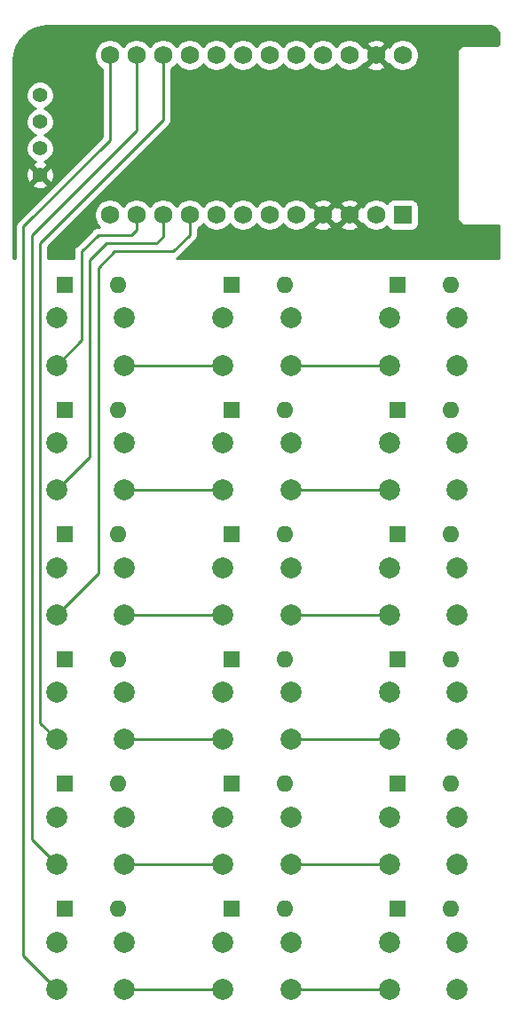
<source format=gbr>
%TF.GenerationSoftware,KiCad,Pcbnew,(5.1.9)-1*%
%TF.CreationDate,2021-06-02T16:01:08+02:00*%
%TF.ProjectId,LATE-9,4c415445-2d39-42e6-9b69-6361645f7063,rev?*%
%TF.SameCoordinates,Original*%
%TF.FileFunction,Copper,L2,Bot*%
%TF.FilePolarity,Positive*%
%FSLAX46Y46*%
G04 Gerber Fmt 4.6, Leading zero omitted, Abs format (unit mm)*
G04 Created by KiCad (PCBNEW (5.1.9)-1) date 2021-06-02 16:01:08*
%MOMM*%
%LPD*%
G01*
G04 APERTURE LIST*
%TA.AperFunction,ComponentPad*%
%ADD10C,1.752600*%
%TD*%
%TA.AperFunction,ComponentPad*%
%ADD11R,1.752600X1.752600*%
%TD*%
%TA.AperFunction,ComponentPad*%
%ADD12C,2.000000*%
%TD*%
%TA.AperFunction,ComponentPad*%
%ADD13C,1.397000*%
%TD*%
%TA.AperFunction,ComponentPad*%
%ADD14O,1.600000X1.600000*%
%TD*%
%TA.AperFunction,ComponentPad*%
%ADD15R,1.600000X1.600000*%
%TD*%
%TA.AperFunction,Conductor*%
%ADD16C,0.254000*%
%TD*%
%TA.AperFunction,Conductor*%
%ADD17C,0.100000*%
%TD*%
G04 APERTURE END LIST*
D10*
%TO.P,U1,24*%
%TO.N,Net-(U1-Pad24)*%
X63976250Y-46355000D03*
%TO.P,U1,12*%
%TO.N,COL0*%
X36036250Y-61595000D03*
%TO.P,U1,23*%
%TO.N,GND*%
X61436250Y-46355000D03*
%TO.P,U1,22*%
%TO.N,Net-(U1-Pad22)*%
X58896250Y-46355000D03*
%TO.P,U1,21*%
%TO.N,VCC*%
X56356250Y-46355000D03*
%TO.P,U1,20*%
%TO.N,Net-(U1-Pad20)*%
X53816250Y-46355000D03*
%TO.P,U1,19*%
%TO.N,Net-(U1-Pad19)*%
X51276250Y-46355000D03*
%TO.P,U1,18*%
%TO.N,Net-(U1-Pad18)*%
X48736250Y-46355000D03*
%TO.P,U1,17*%
%TO.N,Net-(U1-Pad17)*%
X46196250Y-46355000D03*
%TO.P,U1,16*%
%TO.N,Net-(U1-Pad16)*%
X43656250Y-46355000D03*
%TO.P,U1,15*%
%TO.N,ROW3*%
X41116250Y-46355000D03*
%TO.P,U1,14*%
%TO.N,ROW4*%
X38576250Y-46355000D03*
%TO.P,U1,13*%
%TO.N,ROW5*%
X36036250Y-46355000D03*
%TO.P,U1,11*%
%TO.N,ROW0*%
X38576250Y-61595000D03*
%TO.P,U1,10*%
%TO.N,ROW1*%
X41116250Y-61595000D03*
%TO.P,U1,9*%
%TO.N,ROW2*%
X43656250Y-61595000D03*
%TO.P,U1,8*%
%TO.N,COL1*%
X46196250Y-61595000D03*
%TO.P,U1,7*%
%TO.N,COL2*%
X48736250Y-61595000D03*
%TO.P,U1,6*%
%TO.N,SCL*%
X51276250Y-61595000D03*
%TO.P,U1,5*%
%TO.N,SDA*%
X53816250Y-61595000D03*
%TO.P,U1,4*%
%TO.N,GND*%
X56356250Y-61595000D03*
%TO.P,U1,3*%
X58896250Y-61595000D03*
%TO.P,U1,2*%
%TO.N,Net-(U1-Pad2)*%
X61436250Y-61595000D03*
D11*
%TO.P,U1,1*%
%TO.N,Net-(U1-Pad1)*%
X63976250Y-61595000D03*
%TD*%
D12*
%TO.P,SW18,3*%
%TO.N,Net-(SW17-Pad4)*%
X62706250Y-135468750D03*
%TO.P,SW18,1*%
%TO.N,Net-(SW18-Pad1)*%
X62706250Y-130968750D03*
%TO.P,SW18,4*%
%TO.N,Net-(SW18-Pad4)*%
X69206250Y-135468750D03*
%TO.P,SW18,2*%
%TO.N,Net-(D18-Pad2)*%
X69206250Y-130968750D03*
%TD*%
%TO.P,SW17,3*%
%TO.N,Net-(SW16-Pad4)*%
X46831250Y-135468750D03*
%TO.P,SW17,1*%
%TO.N,Net-(SW17-Pad1)*%
X46831250Y-130968750D03*
%TO.P,SW17,4*%
%TO.N,Net-(SW17-Pad4)*%
X53331250Y-135468750D03*
%TO.P,SW17,2*%
%TO.N,Net-(D17-Pad2)*%
X53331250Y-130968750D03*
%TD*%
%TO.P,SW16,3*%
%TO.N,ROW5*%
X30956250Y-135468750D03*
%TO.P,SW16,1*%
%TO.N,Net-(SW16-Pad1)*%
X30956250Y-130968750D03*
%TO.P,SW16,4*%
%TO.N,Net-(SW16-Pad4)*%
X37456250Y-135468750D03*
%TO.P,SW16,2*%
%TO.N,Net-(D16-Pad2)*%
X37456250Y-130968750D03*
%TD*%
%TO.P,SW15,3*%
%TO.N,Net-(SW14-Pad4)*%
X62706250Y-123562500D03*
%TO.P,SW15,1*%
%TO.N,Net-(SW15-Pad1)*%
X62706250Y-119062500D03*
%TO.P,SW15,4*%
%TO.N,Net-(SW15-Pad4)*%
X69206250Y-123562500D03*
%TO.P,SW15,2*%
%TO.N,Net-(D15-Pad2)*%
X69206250Y-119062500D03*
%TD*%
%TO.P,SW14,3*%
%TO.N,Net-(SW13-Pad4)*%
X46831250Y-123562500D03*
%TO.P,SW14,1*%
%TO.N,Net-(SW14-Pad1)*%
X46831250Y-119062500D03*
%TO.P,SW14,4*%
%TO.N,Net-(SW14-Pad4)*%
X53331250Y-123562500D03*
%TO.P,SW14,2*%
%TO.N,Net-(D14-Pad2)*%
X53331250Y-119062500D03*
%TD*%
%TO.P,SW13,3*%
%TO.N,ROW4*%
X30956250Y-123562500D03*
%TO.P,SW13,1*%
%TO.N,Net-(SW13-Pad1)*%
X30956250Y-119062500D03*
%TO.P,SW13,4*%
%TO.N,Net-(SW13-Pad4)*%
X37456250Y-123562500D03*
%TO.P,SW13,2*%
%TO.N,Net-(D13-Pad2)*%
X37456250Y-119062500D03*
%TD*%
%TO.P,SW12,3*%
%TO.N,Net-(SW11-Pad4)*%
X62706250Y-111656250D03*
%TO.P,SW12,1*%
%TO.N,Net-(SW12-Pad1)*%
X62706250Y-107156250D03*
%TO.P,SW12,4*%
%TO.N,Net-(SW12-Pad4)*%
X69206250Y-111656250D03*
%TO.P,SW12,2*%
%TO.N,Net-(D12-Pad2)*%
X69206250Y-107156250D03*
%TD*%
%TO.P,SW11,3*%
%TO.N,Net-(SW10-Pad4)*%
X46831250Y-111656250D03*
%TO.P,SW11,1*%
%TO.N,Net-(SW11-Pad1)*%
X46831250Y-107156250D03*
%TO.P,SW11,4*%
%TO.N,Net-(SW11-Pad4)*%
X53331250Y-111656250D03*
%TO.P,SW11,2*%
%TO.N,Net-(D11-Pad2)*%
X53331250Y-107156250D03*
%TD*%
%TO.P,SW10,3*%
%TO.N,ROW3*%
X30956250Y-111656250D03*
%TO.P,SW10,1*%
%TO.N,Net-(SW10-Pad1)*%
X30956250Y-107156250D03*
%TO.P,SW10,4*%
%TO.N,Net-(SW10-Pad4)*%
X37456250Y-111656250D03*
%TO.P,SW10,2*%
%TO.N,Net-(D10-Pad2)*%
X37456250Y-107156250D03*
%TD*%
%TO.P,SW9,3*%
%TO.N,Net-(SW8-Pad4)*%
X62706250Y-99750000D03*
%TO.P,SW9,1*%
%TO.N,Net-(SW9-Pad1)*%
X62706250Y-95250000D03*
%TO.P,SW9,4*%
%TO.N,Net-(SW9-Pad4)*%
X69206250Y-99750000D03*
%TO.P,SW9,2*%
%TO.N,Net-(D9-Pad2)*%
X69206250Y-95250000D03*
%TD*%
%TO.P,SW8,3*%
%TO.N,Net-(SW7-Pad4)*%
X46831250Y-99750000D03*
%TO.P,SW8,1*%
%TO.N,Net-(SW8-Pad1)*%
X46831250Y-95250000D03*
%TO.P,SW8,4*%
%TO.N,Net-(SW8-Pad4)*%
X53331250Y-99750000D03*
%TO.P,SW8,2*%
%TO.N,Net-(D8-Pad2)*%
X53331250Y-95250000D03*
%TD*%
%TO.P,SW7,3*%
%TO.N,ROW2*%
X30956250Y-99750000D03*
%TO.P,SW7,1*%
%TO.N,Net-(SW7-Pad1)*%
X30956250Y-95250000D03*
%TO.P,SW7,4*%
%TO.N,Net-(SW7-Pad4)*%
X37456250Y-99750000D03*
%TO.P,SW7,2*%
%TO.N,Net-(D7-Pad2)*%
X37456250Y-95250000D03*
%TD*%
%TO.P,SW6,3*%
%TO.N,Net-(SW5-Pad4)*%
X62706250Y-87843750D03*
%TO.P,SW6,1*%
%TO.N,Net-(SW6-Pad1)*%
X62706250Y-83343750D03*
%TO.P,SW6,4*%
%TO.N,Net-(SW6-Pad4)*%
X69206250Y-87843750D03*
%TO.P,SW6,2*%
%TO.N,Net-(D6-Pad2)*%
X69206250Y-83343750D03*
%TD*%
%TO.P,SW5,3*%
%TO.N,Net-(SW4-Pad4)*%
X46831250Y-87843750D03*
%TO.P,SW5,1*%
%TO.N,Net-(SW5-Pad1)*%
X46831250Y-83343750D03*
%TO.P,SW5,4*%
%TO.N,Net-(SW5-Pad4)*%
X53331250Y-87843750D03*
%TO.P,SW5,2*%
%TO.N,Net-(D5-Pad2)*%
X53331250Y-83343750D03*
%TD*%
%TO.P,SW4,3*%
%TO.N,ROW1*%
X30956250Y-87843750D03*
%TO.P,SW4,1*%
%TO.N,Net-(SW4-Pad1)*%
X30956250Y-83343750D03*
%TO.P,SW4,4*%
%TO.N,Net-(SW4-Pad4)*%
X37456250Y-87843750D03*
%TO.P,SW4,2*%
%TO.N,Net-(D4-Pad2)*%
X37456250Y-83343750D03*
%TD*%
%TO.P,SW3,3*%
%TO.N,Net-(SW2-Pad4)*%
X62706250Y-75937500D03*
%TO.P,SW3,1*%
%TO.N,Net-(SW3-Pad1)*%
X62706250Y-71437500D03*
%TO.P,SW3,4*%
%TO.N,Net-(SW3-Pad4)*%
X69206250Y-75937500D03*
%TO.P,SW3,2*%
%TO.N,Net-(D3-Pad2)*%
X69206250Y-71437500D03*
%TD*%
%TO.P,SW2,3*%
%TO.N,Net-(SW1-Pad4)*%
X46831250Y-75937500D03*
%TO.P,SW2,1*%
%TO.N,Net-(SW2-Pad1)*%
X46831250Y-71437500D03*
%TO.P,SW2,4*%
%TO.N,Net-(SW2-Pad4)*%
X53331250Y-75937500D03*
%TO.P,SW2,2*%
%TO.N,Net-(D2-Pad2)*%
X53331250Y-71437500D03*
%TD*%
%TO.P,SW1,3*%
%TO.N,ROW0*%
X30956250Y-75937500D03*
%TO.P,SW1,1*%
%TO.N,Net-(SW1-Pad1)*%
X30956250Y-71437500D03*
%TO.P,SW1,4*%
%TO.N,Net-(SW1-Pad4)*%
X37456250Y-75937500D03*
%TO.P,SW1,2*%
%TO.N,Net-(D1-Pad2)*%
X37456250Y-71437500D03*
%TD*%
D13*
%TO.P,OL1,1*%
%TO.N,SDA*%
X29368750Y-50165000D03*
%TO.P,OL1,2*%
%TO.N,SCL*%
X29368750Y-52705000D03*
%TO.P,OL1,3*%
%TO.N,VCC*%
X29368750Y-55245000D03*
%TO.P,OL1,4*%
%TO.N,GND*%
X29368750Y-57785000D03*
%TD*%
D14*
%TO.P,D18,2*%
%TO.N,Net-(D18-Pad2)*%
X68580000Y-127793750D03*
D15*
%TO.P,D18,1*%
%TO.N,COL2*%
X63500000Y-127793750D03*
%TD*%
D14*
%TO.P,D17,2*%
%TO.N,Net-(D17-Pad2)*%
X52705000Y-127793750D03*
D15*
%TO.P,D17,1*%
%TO.N,COL1*%
X47625000Y-127793750D03*
%TD*%
D14*
%TO.P,D16,2*%
%TO.N,Net-(D16-Pad2)*%
X36830000Y-127793750D03*
D15*
%TO.P,D16,1*%
%TO.N,COL0*%
X31750000Y-127793750D03*
%TD*%
D14*
%TO.P,D15,2*%
%TO.N,Net-(D15-Pad2)*%
X68580000Y-115887500D03*
D15*
%TO.P,D15,1*%
%TO.N,COL2*%
X63500000Y-115887500D03*
%TD*%
D14*
%TO.P,D14,2*%
%TO.N,Net-(D14-Pad2)*%
X52705000Y-115887500D03*
D15*
%TO.P,D14,1*%
%TO.N,COL1*%
X47625000Y-115887500D03*
%TD*%
D14*
%TO.P,D13,2*%
%TO.N,Net-(D13-Pad2)*%
X36830000Y-115887500D03*
D15*
%TO.P,D13,1*%
%TO.N,COL0*%
X31750000Y-115887500D03*
%TD*%
D14*
%TO.P,D12,2*%
%TO.N,Net-(D12-Pad2)*%
X68580000Y-103981250D03*
D15*
%TO.P,D12,1*%
%TO.N,COL2*%
X63500000Y-103981250D03*
%TD*%
D14*
%TO.P,D11,2*%
%TO.N,Net-(D11-Pad2)*%
X52705000Y-103981250D03*
D15*
%TO.P,D11,1*%
%TO.N,COL1*%
X47625000Y-103981250D03*
%TD*%
D14*
%TO.P,D10,2*%
%TO.N,Net-(D10-Pad2)*%
X36830000Y-103981250D03*
D15*
%TO.P,D10,1*%
%TO.N,COL0*%
X31750000Y-103981250D03*
%TD*%
D14*
%TO.P,D9,2*%
%TO.N,Net-(D9-Pad2)*%
X68580000Y-92075000D03*
D15*
%TO.P,D9,1*%
%TO.N,COL2*%
X63500000Y-92075000D03*
%TD*%
D14*
%TO.P,D8,2*%
%TO.N,Net-(D8-Pad2)*%
X52705000Y-92075000D03*
D15*
%TO.P,D8,1*%
%TO.N,COL1*%
X47625000Y-92075000D03*
%TD*%
D14*
%TO.P,D7,2*%
%TO.N,Net-(D7-Pad2)*%
X36830000Y-92075000D03*
D15*
%TO.P,D7,1*%
%TO.N,COL0*%
X31750000Y-92075000D03*
%TD*%
D14*
%TO.P,D6,2*%
%TO.N,Net-(D6-Pad2)*%
X68580000Y-80168750D03*
D15*
%TO.P,D6,1*%
%TO.N,COL2*%
X63500000Y-80168750D03*
%TD*%
D14*
%TO.P,D5,2*%
%TO.N,Net-(D5-Pad2)*%
X52705000Y-80168750D03*
D15*
%TO.P,D5,1*%
%TO.N,COL1*%
X47625000Y-80168750D03*
%TD*%
D14*
%TO.P,D4,2*%
%TO.N,Net-(D4-Pad2)*%
X36830000Y-80168750D03*
D15*
%TO.P,D4,1*%
%TO.N,COL0*%
X31750000Y-80168750D03*
%TD*%
D14*
%TO.P,D3,2*%
%TO.N,Net-(D3-Pad2)*%
X68580000Y-68262500D03*
D15*
%TO.P,D3,1*%
%TO.N,COL2*%
X63500000Y-68262500D03*
%TD*%
D14*
%TO.P,D2,2*%
%TO.N,Net-(D2-Pad2)*%
X52705000Y-68262500D03*
D15*
%TO.P,D2,1*%
%TO.N,COL1*%
X47625000Y-68262500D03*
%TD*%
D14*
%TO.P,D1,2*%
%TO.N,Net-(D1-Pad2)*%
X36830000Y-68262500D03*
D15*
%TO.P,D1,1*%
%TO.N,COL0*%
X31750000Y-68262500D03*
%TD*%
D16*
%TO.N,ROW0*%
X38893750Y-61912500D02*
X38576250Y-61595000D01*
X34925000Y-63500000D02*
X38100000Y-63500000D01*
X33337500Y-65087500D02*
X34925000Y-63500000D01*
X33337500Y-73556250D02*
X33337500Y-65087500D01*
X30956250Y-75937500D02*
X33337500Y-73556250D01*
X38576250Y-63023750D02*
X38100000Y-63500000D01*
X38576250Y-61595000D02*
X38576250Y-63023750D01*
%TO.N,ROW1*%
X40481250Y-64293750D02*
X41116250Y-63658750D01*
X41116250Y-63658750D02*
X41116250Y-61595000D01*
X34131250Y-65881250D02*
X35718750Y-64293750D01*
X34131250Y-84668750D02*
X34131250Y-65881250D01*
X35718750Y-64293750D02*
X40481250Y-64293750D01*
X30956250Y-87843750D02*
X34131250Y-84668750D01*
%TO.N,ROW2*%
X43656250Y-63500000D02*
X43656250Y-61595000D01*
X42068750Y-65087500D02*
X43656250Y-63500000D01*
X36512500Y-65087500D02*
X42068750Y-65087500D01*
X34925000Y-66675000D02*
X36512500Y-65087500D01*
X34925000Y-95781250D02*
X34925000Y-66675000D01*
X30956250Y-99750000D02*
X34925000Y-95781250D01*
%TO.N,ROW3*%
X41116250Y-52546250D02*
X41116250Y-46355000D01*
X29368750Y-64293750D02*
X41116250Y-52546250D01*
X29368750Y-110068750D02*
X29368750Y-64293750D01*
X30956250Y-111656250D02*
X29368750Y-110068750D01*
%TO.N,ROW4*%
X38576250Y-53498750D02*
X38576250Y-46355000D01*
X28575000Y-63500000D02*
X38576250Y-53498750D01*
X28575000Y-121181250D02*
X28575000Y-63500000D01*
X30956250Y-123562500D02*
X28575000Y-121181250D01*
%TO.N,ROW5*%
X36036250Y-54451250D02*
X36036250Y-46355000D01*
X27781250Y-132293750D02*
X27781250Y-62706250D01*
X27781250Y-62706250D02*
X36036250Y-54451250D01*
X30956250Y-135468750D02*
X27781250Y-132293750D01*
%TO.N,Net-(SW1-Pad4)*%
X37456250Y-75937500D02*
X46831250Y-75937500D01*
%TO.N,Net-(SW2-Pad4)*%
X53331250Y-75937500D02*
X62706250Y-75937500D01*
%TO.N,Net-(SW4-Pad4)*%
X46831250Y-87843750D02*
X37456250Y-87843750D01*
%TO.N,Net-(SW5-Pad4)*%
X62706250Y-87843750D02*
X53331250Y-87843750D01*
%TO.N,Net-(SW7-Pad4)*%
X37456250Y-99750000D02*
X46831250Y-99750000D01*
%TO.N,Net-(SW8-Pad4)*%
X53331250Y-99750000D02*
X62706250Y-99750000D01*
%TO.N,Net-(SW10-Pad4)*%
X46831250Y-111656250D02*
X37456250Y-111656250D01*
%TO.N,Net-(SW11-Pad4)*%
X62706250Y-111656250D02*
X53331250Y-111656250D01*
%TO.N,Net-(SW13-Pad4)*%
X37456250Y-123562500D02*
X46831250Y-123562500D01*
%TO.N,Net-(SW14-Pad4)*%
X53331250Y-123562500D02*
X62706250Y-123562500D01*
%TO.N,Net-(SW16-Pad4)*%
X37456250Y-135468750D02*
X46831250Y-135468750D01*
%TO.N,Net-(SW17-Pad4)*%
X53331250Y-135468750D02*
X62706250Y-135468750D01*
%TD*%
%TO.N,GND*%
X72410788Y-43543269D02*
X72583487Y-43595410D01*
X72742768Y-43680102D01*
X72882569Y-43794119D01*
X72997558Y-43933117D01*
X73083360Y-44091805D01*
X73136705Y-44264135D01*
X73158750Y-44473880D01*
X73158750Y-45211331D01*
X73155557Y-45243750D01*
X73155571Y-45243892D01*
X73153098Y-45269114D01*
X73145732Y-45293510D01*
X73133766Y-45316016D01*
X73117659Y-45335764D01*
X73098023Y-45352009D01*
X73075599Y-45364133D01*
X73051258Y-45371668D01*
X72995775Y-45377500D01*
X69882419Y-45377500D01*
X69850000Y-45374307D01*
X69732161Y-45385913D01*
X69720617Y-45387050D01*
X69596207Y-45424790D01*
X69481550Y-45486075D01*
X69381052Y-45568552D01*
X69298575Y-45669050D01*
X69237290Y-45783707D01*
X69199550Y-45908117D01*
X69186807Y-46037500D01*
X69190000Y-46069919D01*
X69190001Y-61880071D01*
X69186807Y-61912500D01*
X69199550Y-62041883D01*
X69237290Y-62166293D01*
X69298575Y-62280950D01*
X69381052Y-62381448D01*
X69481550Y-62463925D01*
X69596207Y-62525210D01*
X69720617Y-62562950D01*
X69817581Y-62572500D01*
X69850000Y-62575693D01*
X69882419Y-62572500D01*
X72992721Y-62572500D01*
X73050362Y-62578152D01*
X73074763Y-62585519D01*
X73097265Y-62597483D01*
X73117014Y-62613591D01*
X73133259Y-62633227D01*
X73145383Y-62655651D01*
X73152918Y-62679992D01*
X73158750Y-62735476D01*
X73158750Y-65754250D01*
X42437820Y-65754250D01*
X42494142Y-65724145D01*
X42610172Y-65628922D01*
X42634034Y-65599846D01*
X44168603Y-64065278D01*
X44197672Y-64041422D01*
X44292895Y-63925392D01*
X44363652Y-63793015D01*
X44407224Y-63649378D01*
X44418250Y-63537426D01*
X44418250Y-63537424D01*
X44421936Y-63500001D01*
X44418250Y-63462574D01*
X44418250Y-62903473D01*
X44619648Y-62768904D01*
X44830154Y-62558398D01*
X44926250Y-62414580D01*
X45022346Y-62558398D01*
X45232852Y-62768904D01*
X45480381Y-62934297D01*
X45755420Y-63048222D01*
X46047400Y-63106300D01*
X46345100Y-63106300D01*
X46637080Y-63048222D01*
X46912119Y-62934297D01*
X47159648Y-62768904D01*
X47370154Y-62558398D01*
X47466250Y-62414580D01*
X47562346Y-62558398D01*
X47772852Y-62768904D01*
X48020381Y-62934297D01*
X48295420Y-63048222D01*
X48587400Y-63106300D01*
X48885100Y-63106300D01*
X49177080Y-63048222D01*
X49452119Y-62934297D01*
X49699648Y-62768904D01*
X49910154Y-62558398D01*
X50006250Y-62414580D01*
X50102346Y-62558398D01*
X50312852Y-62768904D01*
X50560381Y-62934297D01*
X50835420Y-63048222D01*
X51127400Y-63106300D01*
X51425100Y-63106300D01*
X51717080Y-63048222D01*
X51992119Y-62934297D01*
X52239648Y-62768904D01*
X52450154Y-62558398D01*
X52546250Y-62414580D01*
X52642346Y-62558398D01*
X52852852Y-62768904D01*
X53100381Y-62934297D01*
X53375420Y-63048222D01*
X53667400Y-63106300D01*
X53965100Y-63106300D01*
X54257080Y-63048222D01*
X54532119Y-62934297D01*
X54779648Y-62768904D01*
X54906383Y-62642169D01*
X55488687Y-62642169D01*
X55569504Y-62893929D01*
X55838029Y-63022457D01*
X56126469Y-63096129D01*
X56423741Y-63112113D01*
X56718417Y-63069796D01*
X56999177Y-62970802D01*
X57142996Y-62893929D01*
X57223813Y-62642169D01*
X58028687Y-62642169D01*
X58109504Y-62893929D01*
X58378029Y-63022457D01*
X58666469Y-63096129D01*
X58963741Y-63112113D01*
X59258417Y-63069796D01*
X59539177Y-62970802D01*
X59682996Y-62893929D01*
X59763813Y-62642169D01*
X58896250Y-61774605D01*
X58028687Y-62642169D01*
X57223813Y-62642169D01*
X56356250Y-61774605D01*
X55488687Y-62642169D01*
X54906383Y-62642169D01*
X54990154Y-62558398D01*
X55099205Y-62395191D01*
X55309081Y-62462563D01*
X56176645Y-61595000D01*
X56535855Y-61595000D01*
X57403419Y-62462563D01*
X57626250Y-62391032D01*
X57849081Y-62462563D01*
X58716645Y-61595000D01*
X59075855Y-61595000D01*
X59943419Y-62462563D01*
X60153295Y-62395191D01*
X60262346Y-62558398D01*
X60472852Y-62768904D01*
X60720381Y-62934297D01*
X60995420Y-63048222D01*
X61287400Y-63106300D01*
X61585100Y-63106300D01*
X61877080Y-63048222D01*
X62152119Y-62934297D01*
X62399648Y-62768904D01*
X62497094Y-62671458D01*
X62510448Y-62715480D01*
X62569413Y-62825794D01*
X62648765Y-62922485D01*
X62745456Y-63001837D01*
X62855770Y-63060802D01*
X62975468Y-63097112D01*
X63099950Y-63109372D01*
X64852550Y-63109372D01*
X64977032Y-63097112D01*
X65096730Y-63060802D01*
X65207044Y-63001837D01*
X65303735Y-62922485D01*
X65383087Y-62825794D01*
X65442052Y-62715480D01*
X65478362Y-62595782D01*
X65490622Y-62471300D01*
X65490622Y-60718700D01*
X65478362Y-60594218D01*
X65442052Y-60474520D01*
X65383087Y-60364206D01*
X65303735Y-60267515D01*
X65207044Y-60188163D01*
X65096730Y-60129198D01*
X64977032Y-60092888D01*
X64852550Y-60080628D01*
X63099950Y-60080628D01*
X62975468Y-60092888D01*
X62855770Y-60129198D01*
X62745456Y-60188163D01*
X62648765Y-60267515D01*
X62569413Y-60364206D01*
X62510448Y-60474520D01*
X62497094Y-60518542D01*
X62399648Y-60421096D01*
X62152119Y-60255703D01*
X61877080Y-60141778D01*
X61585100Y-60083700D01*
X61287400Y-60083700D01*
X60995420Y-60141778D01*
X60720381Y-60255703D01*
X60472852Y-60421096D01*
X60262346Y-60631602D01*
X60153295Y-60794809D01*
X59943419Y-60727437D01*
X59075855Y-61595000D01*
X58716645Y-61595000D01*
X57849081Y-60727437D01*
X57626250Y-60798968D01*
X57403419Y-60727437D01*
X56535855Y-61595000D01*
X56176645Y-61595000D01*
X55309081Y-60727437D01*
X55099205Y-60794809D01*
X54990154Y-60631602D01*
X54906383Y-60547831D01*
X55488687Y-60547831D01*
X56356250Y-61415395D01*
X57223813Y-60547831D01*
X58028687Y-60547831D01*
X58896250Y-61415395D01*
X59763813Y-60547831D01*
X59682996Y-60296071D01*
X59414471Y-60167543D01*
X59126031Y-60093871D01*
X58828759Y-60077887D01*
X58534083Y-60120204D01*
X58253323Y-60219198D01*
X58109504Y-60296071D01*
X58028687Y-60547831D01*
X57223813Y-60547831D01*
X57142996Y-60296071D01*
X56874471Y-60167543D01*
X56586031Y-60093871D01*
X56288759Y-60077887D01*
X55994083Y-60120204D01*
X55713323Y-60219198D01*
X55569504Y-60296071D01*
X55488687Y-60547831D01*
X54906383Y-60547831D01*
X54779648Y-60421096D01*
X54532119Y-60255703D01*
X54257080Y-60141778D01*
X53965100Y-60083700D01*
X53667400Y-60083700D01*
X53375420Y-60141778D01*
X53100381Y-60255703D01*
X52852852Y-60421096D01*
X52642346Y-60631602D01*
X52546250Y-60775420D01*
X52450154Y-60631602D01*
X52239648Y-60421096D01*
X51992119Y-60255703D01*
X51717080Y-60141778D01*
X51425100Y-60083700D01*
X51127400Y-60083700D01*
X50835420Y-60141778D01*
X50560381Y-60255703D01*
X50312852Y-60421096D01*
X50102346Y-60631602D01*
X50006250Y-60775420D01*
X49910154Y-60631602D01*
X49699648Y-60421096D01*
X49452119Y-60255703D01*
X49177080Y-60141778D01*
X48885100Y-60083700D01*
X48587400Y-60083700D01*
X48295420Y-60141778D01*
X48020381Y-60255703D01*
X47772852Y-60421096D01*
X47562346Y-60631602D01*
X47466250Y-60775420D01*
X47370154Y-60631602D01*
X47159648Y-60421096D01*
X46912119Y-60255703D01*
X46637080Y-60141778D01*
X46345100Y-60083700D01*
X46047400Y-60083700D01*
X45755420Y-60141778D01*
X45480381Y-60255703D01*
X45232852Y-60421096D01*
X45022346Y-60631602D01*
X44926250Y-60775420D01*
X44830154Y-60631602D01*
X44619648Y-60421096D01*
X44372119Y-60255703D01*
X44097080Y-60141778D01*
X43805100Y-60083700D01*
X43507400Y-60083700D01*
X43215420Y-60141778D01*
X42940381Y-60255703D01*
X42692852Y-60421096D01*
X42482346Y-60631602D01*
X42386250Y-60775420D01*
X42290154Y-60631602D01*
X42079648Y-60421096D01*
X41832119Y-60255703D01*
X41557080Y-60141778D01*
X41265100Y-60083700D01*
X40967400Y-60083700D01*
X40675420Y-60141778D01*
X40400381Y-60255703D01*
X40152852Y-60421096D01*
X39942346Y-60631602D01*
X39846250Y-60775420D01*
X39750154Y-60631602D01*
X39539648Y-60421096D01*
X39292119Y-60255703D01*
X39017080Y-60141778D01*
X38725100Y-60083700D01*
X38427400Y-60083700D01*
X38135420Y-60141778D01*
X37860381Y-60255703D01*
X37612852Y-60421096D01*
X37402346Y-60631602D01*
X37306250Y-60775420D01*
X37210154Y-60631602D01*
X36999648Y-60421096D01*
X36752119Y-60255703D01*
X36477080Y-60141778D01*
X36185100Y-60083700D01*
X35887400Y-60083700D01*
X35595420Y-60141778D01*
X35320381Y-60255703D01*
X35072852Y-60421096D01*
X34862346Y-60631602D01*
X34696953Y-60879131D01*
X34583028Y-61154170D01*
X34524950Y-61446150D01*
X34524950Y-61743850D01*
X34583028Y-62035830D01*
X34696953Y-62310869D01*
X34862346Y-62558398D01*
X35041948Y-62738000D01*
X34962422Y-62738000D01*
X34924999Y-62734314D01*
X34887576Y-62738000D01*
X34887574Y-62738000D01*
X34775622Y-62749026D01*
X34631985Y-62792598D01*
X34499608Y-62863355D01*
X34383578Y-62958578D01*
X34359721Y-62987648D01*
X32825149Y-64522221D01*
X32796079Y-64546078D01*
X32772222Y-64575148D01*
X32772221Y-64575149D01*
X32700855Y-64662108D01*
X32630099Y-64794485D01*
X32586527Y-64938122D01*
X32571814Y-65087500D01*
X32575501Y-65124933D01*
X32575501Y-65754250D01*
X30130750Y-65754250D01*
X30130750Y-64609380D01*
X41628603Y-53111528D01*
X41657672Y-53087672D01*
X41685022Y-53054346D01*
X41752895Y-52971643D01*
X41823651Y-52839266D01*
X41823652Y-52839265D01*
X41867224Y-52695628D01*
X41878250Y-52583676D01*
X41878250Y-52583673D01*
X41881936Y-52546250D01*
X41878250Y-52508827D01*
X41878250Y-47663473D01*
X42079648Y-47528904D01*
X42290154Y-47318398D01*
X42386250Y-47174580D01*
X42482346Y-47318398D01*
X42692852Y-47528904D01*
X42940381Y-47694297D01*
X43215420Y-47808222D01*
X43507400Y-47866300D01*
X43805100Y-47866300D01*
X44097080Y-47808222D01*
X44372119Y-47694297D01*
X44619648Y-47528904D01*
X44830154Y-47318398D01*
X44926250Y-47174580D01*
X45022346Y-47318398D01*
X45232852Y-47528904D01*
X45480381Y-47694297D01*
X45755420Y-47808222D01*
X46047400Y-47866300D01*
X46345100Y-47866300D01*
X46637080Y-47808222D01*
X46912119Y-47694297D01*
X47159648Y-47528904D01*
X47370154Y-47318398D01*
X47466250Y-47174580D01*
X47562346Y-47318398D01*
X47772852Y-47528904D01*
X48020381Y-47694297D01*
X48295420Y-47808222D01*
X48587400Y-47866300D01*
X48885100Y-47866300D01*
X49177080Y-47808222D01*
X49452119Y-47694297D01*
X49699648Y-47528904D01*
X49910154Y-47318398D01*
X50006250Y-47174580D01*
X50102346Y-47318398D01*
X50312852Y-47528904D01*
X50560381Y-47694297D01*
X50835420Y-47808222D01*
X51127400Y-47866300D01*
X51425100Y-47866300D01*
X51717080Y-47808222D01*
X51992119Y-47694297D01*
X52239648Y-47528904D01*
X52450154Y-47318398D01*
X52546250Y-47174580D01*
X52642346Y-47318398D01*
X52852852Y-47528904D01*
X53100381Y-47694297D01*
X53375420Y-47808222D01*
X53667400Y-47866300D01*
X53965100Y-47866300D01*
X54257080Y-47808222D01*
X54532119Y-47694297D01*
X54779648Y-47528904D01*
X54990154Y-47318398D01*
X55086250Y-47174580D01*
X55182346Y-47318398D01*
X55392852Y-47528904D01*
X55640381Y-47694297D01*
X55915420Y-47808222D01*
X56207400Y-47866300D01*
X56505100Y-47866300D01*
X56797080Y-47808222D01*
X57072119Y-47694297D01*
X57319648Y-47528904D01*
X57530154Y-47318398D01*
X57626250Y-47174580D01*
X57722346Y-47318398D01*
X57932852Y-47528904D01*
X58180381Y-47694297D01*
X58455420Y-47808222D01*
X58747400Y-47866300D01*
X59045100Y-47866300D01*
X59337080Y-47808222D01*
X59612119Y-47694297D01*
X59859648Y-47528904D01*
X59986383Y-47402169D01*
X60568687Y-47402169D01*
X60649504Y-47653929D01*
X60918029Y-47782457D01*
X61206469Y-47856129D01*
X61503741Y-47872113D01*
X61798417Y-47829796D01*
X62079177Y-47730802D01*
X62222996Y-47653929D01*
X62303813Y-47402169D01*
X61436250Y-46534605D01*
X60568687Y-47402169D01*
X59986383Y-47402169D01*
X60070154Y-47318398D01*
X60179205Y-47155191D01*
X60389081Y-47222563D01*
X61256645Y-46355000D01*
X61615855Y-46355000D01*
X62483419Y-47222563D01*
X62693295Y-47155191D01*
X62802346Y-47318398D01*
X63012852Y-47528904D01*
X63260381Y-47694297D01*
X63535420Y-47808222D01*
X63827400Y-47866300D01*
X64125100Y-47866300D01*
X64417080Y-47808222D01*
X64692119Y-47694297D01*
X64939648Y-47528904D01*
X65150154Y-47318398D01*
X65315547Y-47070869D01*
X65429472Y-46795830D01*
X65487550Y-46503850D01*
X65487550Y-46206150D01*
X65429472Y-45914170D01*
X65315547Y-45639131D01*
X65150154Y-45391602D01*
X64939648Y-45181096D01*
X64692119Y-45015703D01*
X64417080Y-44901778D01*
X64125100Y-44843700D01*
X63827400Y-44843700D01*
X63535420Y-44901778D01*
X63260381Y-45015703D01*
X63012852Y-45181096D01*
X62802346Y-45391602D01*
X62693295Y-45554809D01*
X62483419Y-45487437D01*
X61615855Y-46355000D01*
X61256645Y-46355000D01*
X60389081Y-45487437D01*
X60179205Y-45554809D01*
X60070154Y-45391602D01*
X59986383Y-45307831D01*
X60568687Y-45307831D01*
X61436250Y-46175395D01*
X62303813Y-45307831D01*
X62222996Y-45056071D01*
X61954471Y-44927543D01*
X61666031Y-44853871D01*
X61368759Y-44837887D01*
X61074083Y-44880204D01*
X60793323Y-44979198D01*
X60649504Y-45056071D01*
X60568687Y-45307831D01*
X59986383Y-45307831D01*
X59859648Y-45181096D01*
X59612119Y-45015703D01*
X59337080Y-44901778D01*
X59045100Y-44843700D01*
X58747400Y-44843700D01*
X58455420Y-44901778D01*
X58180381Y-45015703D01*
X57932852Y-45181096D01*
X57722346Y-45391602D01*
X57626250Y-45535420D01*
X57530154Y-45391602D01*
X57319648Y-45181096D01*
X57072119Y-45015703D01*
X56797080Y-44901778D01*
X56505100Y-44843700D01*
X56207400Y-44843700D01*
X55915420Y-44901778D01*
X55640381Y-45015703D01*
X55392852Y-45181096D01*
X55182346Y-45391602D01*
X55086250Y-45535420D01*
X54990154Y-45391602D01*
X54779648Y-45181096D01*
X54532119Y-45015703D01*
X54257080Y-44901778D01*
X53965100Y-44843700D01*
X53667400Y-44843700D01*
X53375420Y-44901778D01*
X53100381Y-45015703D01*
X52852852Y-45181096D01*
X52642346Y-45391602D01*
X52546250Y-45535420D01*
X52450154Y-45391602D01*
X52239648Y-45181096D01*
X51992119Y-45015703D01*
X51717080Y-44901778D01*
X51425100Y-44843700D01*
X51127400Y-44843700D01*
X50835420Y-44901778D01*
X50560381Y-45015703D01*
X50312852Y-45181096D01*
X50102346Y-45391602D01*
X50006250Y-45535420D01*
X49910154Y-45391602D01*
X49699648Y-45181096D01*
X49452119Y-45015703D01*
X49177080Y-44901778D01*
X48885100Y-44843700D01*
X48587400Y-44843700D01*
X48295420Y-44901778D01*
X48020381Y-45015703D01*
X47772852Y-45181096D01*
X47562346Y-45391602D01*
X47466250Y-45535420D01*
X47370154Y-45391602D01*
X47159648Y-45181096D01*
X46912119Y-45015703D01*
X46637080Y-44901778D01*
X46345100Y-44843700D01*
X46047400Y-44843700D01*
X45755420Y-44901778D01*
X45480381Y-45015703D01*
X45232852Y-45181096D01*
X45022346Y-45391602D01*
X44926250Y-45535420D01*
X44830154Y-45391602D01*
X44619648Y-45181096D01*
X44372119Y-45015703D01*
X44097080Y-44901778D01*
X43805100Y-44843700D01*
X43507400Y-44843700D01*
X43215420Y-44901778D01*
X42940381Y-45015703D01*
X42692852Y-45181096D01*
X42482346Y-45391602D01*
X42386250Y-45535420D01*
X42290154Y-45391602D01*
X42079648Y-45181096D01*
X41832119Y-45015703D01*
X41557080Y-44901778D01*
X41265100Y-44843700D01*
X40967400Y-44843700D01*
X40675420Y-44901778D01*
X40400381Y-45015703D01*
X40152852Y-45181096D01*
X39942346Y-45391602D01*
X39846250Y-45535420D01*
X39750154Y-45391602D01*
X39539648Y-45181096D01*
X39292119Y-45015703D01*
X39017080Y-44901778D01*
X38725100Y-44843700D01*
X38427400Y-44843700D01*
X38135420Y-44901778D01*
X37860381Y-45015703D01*
X37612852Y-45181096D01*
X37402346Y-45391602D01*
X37306250Y-45535420D01*
X37210154Y-45391602D01*
X36999648Y-45181096D01*
X36752119Y-45015703D01*
X36477080Y-44901778D01*
X36185100Y-44843700D01*
X35887400Y-44843700D01*
X35595420Y-44901778D01*
X35320381Y-45015703D01*
X35072852Y-45181096D01*
X34862346Y-45391602D01*
X34696953Y-45639131D01*
X34583028Y-45914170D01*
X34524950Y-46206150D01*
X34524950Y-46503850D01*
X34583028Y-46795830D01*
X34696953Y-47070869D01*
X34862346Y-47318398D01*
X35072852Y-47528904D01*
X35274251Y-47663474D01*
X35274250Y-54135619D01*
X27268899Y-62140971D01*
X27239829Y-62164828D01*
X27215972Y-62193898D01*
X27215971Y-62193899D01*
X27144605Y-62280858D01*
X27073849Y-62413235D01*
X27030277Y-62556872D01*
X27015564Y-62706250D01*
X27019251Y-62743683D01*
X27019251Y-65754250D01*
X26853750Y-65754250D01*
X26853750Y-58705197D01*
X28628158Y-58705197D01*
X28687436Y-58938812D01*
X28925625Y-59049559D01*
X29180843Y-59111711D01*
X29443283Y-59122876D01*
X29702857Y-59082629D01*
X29949592Y-58992514D01*
X30050064Y-58938812D01*
X30109342Y-58705197D01*
X29368750Y-57964605D01*
X28628158Y-58705197D01*
X26853750Y-58705197D01*
X26853750Y-57859533D01*
X28030874Y-57859533D01*
X28071121Y-58119107D01*
X28161236Y-58365842D01*
X28214938Y-58466314D01*
X28448553Y-58525592D01*
X29189145Y-57785000D01*
X29548355Y-57785000D01*
X30288947Y-58525592D01*
X30522562Y-58466314D01*
X30633309Y-58228125D01*
X30695461Y-57972907D01*
X30706626Y-57710467D01*
X30666379Y-57450893D01*
X30576264Y-57204158D01*
X30522562Y-57103686D01*
X30288947Y-57044408D01*
X29548355Y-57785000D01*
X29189145Y-57785000D01*
X28448553Y-57044408D01*
X28214938Y-57103686D01*
X28104191Y-57341875D01*
X28042039Y-57597093D01*
X28030874Y-57859533D01*
X26853750Y-57859533D01*
X26853750Y-50033662D01*
X28035250Y-50033662D01*
X28035250Y-50296338D01*
X28086496Y-50553968D01*
X28187018Y-50796649D01*
X28332953Y-51015057D01*
X28518693Y-51200797D01*
X28737101Y-51346732D01*
X28950198Y-51435000D01*
X28737101Y-51523268D01*
X28518693Y-51669203D01*
X28332953Y-51854943D01*
X28187018Y-52073351D01*
X28086496Y-52316032D01*
X28035250Y-52573662D01*
X28035250Y-52836338D01*
X28086496Y-53093968D01*
X28187018Y-53336649D01*
X28332953Y-53555057D01*
X28518693Y-53740797D01*
X28737101Y-53886732D01*
X28950198Y-53975000D01*
X28737101Y-54063268D01*
X28518693Y-54209203D01*
X28332953Y-54394943D01*
X28187018Y-54613351D01*
X28086496Y-54856032D01*
X28035250Y-55113662D01*
X28035250Y-55376338D01*
X28086496Y-55633968D01*
X28187018Y-55876649D01*
X28332953Y-56095057D01*
X28518693Y-56280797D01*
X28737101Y-56426732D01*
X28954320Y-56516707D01*
X28787908Y-56577486D01*
X28687436Y-56631188D01*
X28628158Y-56864803D01*
X29368750Y-57605395D01*
X30109342Y-56864803D01*
X30050064Y-56631188D01*
X29811875Y-56520441D01*
X29788128Y-56514658D01*
X30000399Y-56426732D01*
X30218807Y-56280797D01*
X30404547Y-56095057D01*
X30550482Y-55876649D01*
X30651004Y-55633968D01*
X30702250Y-55376338D01*
X30702250Y-55113662D01*
X30651004Y-54856032D01*
X30550482Y-54613351D01*
X30404547Y-54394943D01*
X30218807Y-54209203D01*
X30000399Y-54063268D01*
X29787302Y-53975000D01*
X30000399Y-53886732D01*
X30218807Y-53740797D01*
X30404547Y-53555057D01*
X30550482Y-53336649D01*
X30651004Y-53093968D01*
X30702250Y-52836338D01*
X30702250Y-52573662D01*
X30651004Y-52316032D01*
X30550482Y-52073351D01*
X30404547Y-51854943D01*
X30218807Y-51669203D01*
X30000399Y-51523268D01*
X29787302Y-51435000D01*
X30000399Y-51346732D01*
X30218807Y-51200797D01*
X30404547Y-51015057D01*
X30550482Y-50796649D01*
X30651004Y-50553968D01*
X30702250Y-50296338D01*
X30702250Y-50033662D01*
X30651004Y-49776032D01*
X30550482Y-49533351D01*
X30404547Y-49314943D01*
X30218807Y-49129203D01*
X30000399Y-48983268D01*
X29757718Y-48882746D01*
X29500088Y-48831500D01*
X29237412Y-48831500D01*
X28979782Y-48882746D01*
X28737101Y-48983268D01*
X28518693Y-49129203D01*
X28332953Y-49314943D01*
X28187018Y-49533351D01*
X28086496Y-49776032D01*
X28035250Y-50033662D01*
X26853750Y-50033662D01*
X26853750Y-46863528D01*
X26919869Y-46189193D01*
X27106335Y-45571587D01*
X27409211Y-45001963D01*
X27816951Y-44502025D01*
X28314043Y-44090794D01*
X28881532Y-43783955D01*
X29497824Y-43593180D01*
X30170301Y-43522500D01*
X72198971Y-43522500D01*
X72410788Y-43543269D01*
%TA.AperFunction,Conductor*%
D17*
G36*
X72410788Y-43543269D02*
G01*
X72583487Y-43595410D01*
X72742768Y-43680102D01*
X72882569Y-43794119D01*
X72997558Y-43933117D01*
X73083360Y-44091805D01*
X73136705Y-44264135D01*
X73158750Y-44473880D01*
X73158750Y-45211331D01*
X73155557Y-45243750D01*
X73155571Y-45243892D01*
X73153098Y-45269114D01*
X73145732Y-45293510D01*
X73133766Y-45316016D01*
X73117659Y-45335764D01*
X73098023Y-45352009D01*
X73075599Y-45364133D01*
X73051258Y-45371668D01*
X72995775Y-45377500D01*
X69882419Y-45377500D01*
X69850000Y-45374307D01*
X69732161Y-45385913D01*
X69720617Y-45387050D01*
X69596207Y-45424790D01*
X69481550Y-45486075D01*
X69381052Y-45568552D01*
X69298575Y-45669050D01*
X69237290Y-45783707D01*
X69199550Y-45908117D01*
X69186807Y-46037500D01*
X69190000Y-46069919D01*
X69190001Y-61880071D01*
X69186807Y-61912500D01*
X69199550Y-62041883D01*
X69237290Y-62166293D01*
X69298575Y-62280950D01*
X69381052Y-62381448D01*
X69481550Y-62463925D01*
X69596207Y-62525210D01*
X69720617Y-62562950D01*
X69817581Y-62572500D01*
X69850000Y-62575693D01*
X69882419Y-62572500D01*
X72992721Y-62572500D01*
X73050362Y-62578152D01*
X73074763Y-62585519D01*
X73097265Y-62597483D01*
X73117014Y-62613591D01*
X73133259Y-62633227D01*
X73145383Y-62655651D01*
X73152918Y-62679992D01*
X73158750Y-62735476D01*
X73158750Y-65754250D01*
X42437820Y-65754250D01*
X42494142Y-65724145D01*
X42610172Y-65628922D01*
X42634034Y-65599846D01*
X44168603Y-64065278D01*
X44197672Y-64041422D01*
X44292895Y-63925392D01*
X44363652Y-63793015D01*
X44407224Y-63649378D01*
X44418250Y-63537426D01*
X44418250Y-63537424D01*
X44421936Y-63500001D01*
X44418250Y-63462574D01*
X44418250Y-62903473D01*
X44619648Y-62768904D01*
X44830154Y-62558398D01*
X44926250Y-62414580D01*
X45022346Y-62558398D01*
X45232852Y-62768904D01*
X45480381Y-62934297D01*
X45755420Y-63048222D01*
X46047400Y-63106300D01*
X46345100Y-63106300D01*
X46637080Y-63048222D01*
X46912119Y-62934297D01*
X47159648Y-62768904D01*
X47370154Y-62558398D01*
X47466250Y-62414580D01*
X47562346Y-62558398D01*
X47772852Y-62768904D01*
X48020381Y-62934297D01*
X48295420Y-63048222D01*
X48587400Y-63106300D01*
X48885100Y-63106300D01*
X49177080Y-63048222D01*
X49452119Y-62934297D01*
X49699648Y-62768904D01*
X49910154Y-62558398D01*
X50006250Y-62414580D01*
X50102346Y-62558398D01*
X50312852Y-62768904D01*
X50560381Y-62934297D01*
X50835420Y-63048222D01*
X51127400Y-63106300D01*
X51425100Y-63106300D01*
X51717080Y-63048222D01*
X51992119Y-62934297D01*
X52239648Y-62768904D01*
X52450154Y-62558398D01*
X52546250Y-62414580D01*
X52642346Y-62558398D01*
X52852852Y-62768904D01*
X53100381Y-62934297D01*
X53375420Y-63048222D01*
X53667400Y-63106300D01*
X53965100Y-63106300D01*
X54257080Y-63048222D01*
X54532119Y-62934297D01*
X54779648Y-62768904D01*
X54906383Y-62642169D01*
X55488687Y-62642169D01*
X55569504Y-62893929D01*
X55838029Y-63022457D01*
X56126469Y-63096129D01*
X56423741Y-63112113D01*
X56718417Y-63069796D01*
X56999177Y-62970802D01*
X57142996Y-62893929D01*
X57223813Y-62642169D01*
X58028687Y-62642169D01*
X58109504Y-62893929D01*
X58378029Y-63022457D01*
X58666469Y-63096129D01*
X58963741Y-63112113D01*
X59258417Y-63069796D01*
X59539177Y-62970802D01*
X59682996Y-62893929D01*
X59763813Y-62642169D01*
X58896250Y-61774605D01*
X58028687Y-62642169D01*
X57223813Y-62642169D01*
X56356250Y-61774605D01*
X55488687Y-62642169D01*
X54906383Y-62642169D01*
X54990154Y-62558398D01*
X55099205Y-62395191D01*
X55309081Y-62462563D01*
X56176645Y-61595000D01*
X56535855Y-61595000D01*
X57403419Y-62462563D01*
X57626250Y-62391032D01*
X57849081Y-62462563D01*
X58716645Y-61595000D01*
X59075855Y-61595000D01*
X59943419Y-62462563D01*
X60153295Y-62395191D01*
X60262346Y-62558398D01*
X60472852Y-62768904D01*
X60720381Y-62934297D01*
X60995420Y-63048222D01*
X61287400Y-63106300D01*
X61585100Y-63106300D01*
X61877080Y-63048222D01*
X62152119Y-62934297D01*
X62399648Y-62768904D01*
X62497094Y-62671458D01*
X62510448Y-62715480D01*
X62569413Y-62825794D01*
X62648765Y-62922485D01*
X62745456Y-63001837D01*
X62855770Y-63060802D01*
X62975468Y-63097112D01*
X63099950Y-63109372D01*
X64852550Y-63109372D01*
X64977032Y-63097112D01*
X65096730Y-63060802D01*
X65207044Y-63001837D01*
X65303735Y-62922485D01*
X65383087Y-62825794D01*
X65442052Y-62715480D01*
X65478362Y-62595782D01*
X65490622Y-62471300D01*
X65490622Y-60718700D01*
X65478362Y-60594218D01*
X65442052Y-60474520D01*
X65383087Y-60364206D01*
X65303735Y-60267515D01*
X65207044Y-60188163D01*
X65096730Y-60129198D01*
X64977032Y-60092888D01*
X64852550Y-60080628D01*
X63099950Y-60080628D01*
X62975468Y-60092888D01*
X62855770Y-60129198D01*
X62745456Y-60188163D01*
X62648765Y-60267515D01*
X62569413Y-60364206D01*
X62510448Y-60474520D01*
X62497094Y-60518542D01*
X62399648Y-60421096D01*
X62152119Y-60255703D01*
X61877080Y-60141778D01*
X61585100Y-60083700D01*
X61287400Y-60083700D01*
X60995420Y-60141778D01*
X60720381Y-60255703D01*
X60472852Y-60421096D01*
X60262346Y-60631602D01*
X60153295Y-60794809D01*
X59943419Y-60727437D01*
X59075855Y-61595000D01*
X58716645Y-61595000D01*
X57849081Y-60727437D01*
X57626250Y-60798968D01*
X57403419Y-60727437D01*
X56535855Y-61595000D01*
X56176645Y-61595000D01*
X55309081Y-60727437D01*
X55099205Y-60794809D01*
X54990154Y-60631602D01*
X54906383Y-60547831D01*
X55488687Y-60547831D01*
X56356250Y-61415395D01*
X57223813Y-60547831D01*
X58028687Y-60547831D01*
X58896250Y-61415395D01*
X59763813Y-60547831D01*
X59682996Y-60296071D01*
X59414471Y-60167543D01*
X59126031Y-60093871D01*
X58828759Y-60077887D01*
X58534083Y-60120204D01*
X58253323Y-60219198D01*
X58109504Y-60296071D01*
X58028687Y-60547831D01*
X57223813Y-60547831D01*
X57142996Y-60296071D01*
X56874471Y-60167543D01*
X56586031Y-60093871D01*
X56288759Y-60077887D01*
X55994083Y-60120204D01*
X55713323Y-60219198D01*
X55569504Y-60296071D01*
X55488687Y-60547831D01*
X54906383Y-60547831D01*
X54779648Y-60421096D01*
X54532119Y-60255703D01*
X54257080Y-60141778D01*
X53965100Y-60083700D01*
X53667400Y-60083700D01*
X53375420Y-60141778D01*
X53100381Y-60255703D01*
X52852852Y-60421096D01*
X52642346Y-60631602D01*
X52546250Y-60775420D01*
X52450154Y-60631602D01*
X52239648Y-60421096D01*
X51992119Y-60255703D01*
X51717080Y-60141778D01*
X51425100Y-60083700D01*
X51127400Y-60083700D01*
X50835420Y-60141778D01*
X50560381Y-60255703D01*
X50312852Y-60421096D01*
X50102346Y-60631602D01*
X50006250Y-60775420D01*
X49910154Y-60631602D01*
X49699648Y-60421096D01*
X49452119Y-60255703D01*
X49177080Y-60141778D01*
X48885100Y-60083700D01*
X48587400Y-60083700D01*
X48295420Y-60141778D01*
X48020381Y-60255703D01*
X47772852Y-60421096D01*
X47562346Y-60631602D01*
X47466250Y-60775420D01*
X47370154Y-60631602D01*
X47159648Y-60421096D01*
X46912119Y-60255703D01*
X46637080Y-60141778D01*
X46345100Y-60083700D01*
X46047400Y-60083700D01*
X45755420Y-60141778D01*
X45480381Y-60255703D01*
X45232852Y-60421096D01*
X45022346Y-60631602D01*
X44926250Y-60775420D01*
X44830154Y-60631602D01*
X44619648Y-60421096D01*
X44372119Y-60255703D01*
X44097080Y-60141778D01*
X43805100Y-60083700D01*
X43507400Y-60083700D01*
X43215420Y-60141778D01*
X42940381Y-60255703D01*
X42692852Y-60421096D01*
X42482346Y-60631602D01*
X42386250Y-60775420D01*
X42290154Y-60631602D01*
X42079648Y-60421096D01*
X41832119Y-60255703D01*
X41557080Y-60141778D01*
X41265100Y-60083700D01*
X40967400Y-60083700D01*
X40675420Y-60141778D01*
X40400381Y-60255703D01*
X40152852Y-60421096D01*
X39942346Y-60631602D01*
X39846250Y-60775420D01*
X39750154Y-60631602D01*
X39539648Y-60421096D01*
X39292119Y-60255703D01*
X39017080Y-60141778D01*
X38725100Y-60083700D01*
X38427400Y-60083700D01*
X38135420Y-60141778D01*
X37860381Y-60255703D01*
X37612852Y-60421096D01*
X37402346Y-60631602D01*
X37306250Y-60775420D01*
X37210154Y-60631602D01*
X36999648Y-60421096D01*
X36752119Y-60255703D01*
X36477080Y-60141778D01*
X36185100Y-60083700D01*
X35887400Y-60083700D01*
X35595420Y-60141778D01*
X35320381Y-60255703D01*
X35072852Y-60421096D01*
X34862346Y-60631602D01*
X34696953Y-60879131D01*
X34583028Y-61154170D01*
X34524950Y-61446150D01*
X34524950Y-61743850D01*
X34583028Y-62035830D01*
X34696953Y-62310869D01*
X34862346Y-62558398D01*
X35041948Y-62738000D01*
X34962422Y-62738000D01*
X34924999Y-62734314D01*
X34887576Y-62738000D01*
X34887574Y-62738000D01*
X34775622Y-62749026D01*
X34631985Y-62792598D01*
X34499608Y-62863355D01*
X34383578Y-62958578D01*
X34359721Y-62987648D01*
X32825149Y-64522221D01*
X32796079Y-64546078D01*
X32772222Y-64575148D01*
X32772221Y-64575149D01*
X32700855Y-64662108D01*
X32630099Y-64794485D01*
X32586527Y-64938122D01*
X32571814Y-65087500D01*
X32575501Y-65124933D01*
X32575501Y-65754250D01*
X30130750Y-65754250D01*
X30130750Y-64609380D01*
X41628603Y-53111528D01*
X41657672Y-53087672D01*
X41685022Y-53054346D01*
X41752895Y-52971643D01*
X41823651Y-52839266D01*
X41823652Y-52839265D01*
X41867224Y-52695628D01*
X41878250Y-52583676D01*
X41878250Y-52583673D01*
X41881936Y-52546250D01*
X41878250Y-52508827D01*
X41878250Y-47663473D01*
X42079648Y-47528904D01*
X42290154Y-47318398D01*
X42386250Y-47174580D01*
X42482346Y-47318398D01*
X42692852Y-47528904D01*
X42940381Y-47694297D01*
X43215420Y-47808222D01*
X43507400Y-47866300D01*
X43805100Y-47866300D01*
X44097080Y-47808222D01*
X44372119Y-47694297D01*
X44619648Y-47528904D01*
X44830154Y-47318398D01*
X44926250Y-47174580D01*
X45022346Y-47318398D01*
X45232852Y-47528904D01*
X45480381Y-47694297D01*
X45755420Y-47808222D01*
X46047400Y-47866300D01*
X46345100Y-47866300D01*
X46637080Y-47808222D01*
X46912119Y-47694297D01*
X47159648Y-47528904D01*
X47370154Y-47318398D01*
X47466250Y-47174580D01*
X47562346Y-47318398D01*
X47772852Y-47528904D01*
X48020381Y-47694297D01*
X48295420Y-47808222D01*
X48587400Y-47866300D01*
X48885100Y-47866300D01*
X49177080Y-47808222D01*
X49452119Y-47694297D01*
X49699648Y-47528904D01*
X49910154Y-47318398D01*
X50006250Y-47174580D01*
X50102346Y-47318398D01*
X50312852Y-47528904D01*
X50560381Y-47694297D01*
X50835420Y-47808222D01*
X51127400Y-47866300D01*
X51425100Y-47866300D01*
X51717080Y-47808222D01*
X51992119Y-47694297D01*
X52239648Y-47528904D01*
X52450154Y-47318398D01*
X52546250Y-47174580D01*
X52642346Y-47318398D01*
X52852852Y-47528904D01*
X53100381Y-47694297D01*
X53375420Y-47808222D01*
X53667400Y-47866300D01*
X53965100Y-47866300D01*
X54257080Y-47808222D01*
X54532119Y-47694297D01*
X54779648Y-47528904D01*
X54990154Y-47318398D01*
X55086250Y-47174580D01*
X55182346Y-47318398D01*
X55392852Y-47528904D01*
X55640381Y-47694297D01*
X55915420Y-47808222D01*
X56207400Y-47866300D01*
X56505100Y-47866300D01*
X56797080Y-47808222D01*
X57072119Y-47694297D01*
X57319648Y-47528904D01*
X57530154Y-47318398D01*
X57626250Y-47174580D01*
X57722346Y-47318398D01*
X57932852Y-47528904D01*
X58180381Y-47694297D01*
X58455420Y-47808222D01*
X58747400Y-47866300D01*
X59045100Y-47866300D01*
X59337080Y-47808222D01*
X59612119Y-47694297D01*
X59859648Y-47528904D01*
X59986383Y-47402169D01*
X60568687Y-47402169D01*
X60649504Y-47653929D01*
X60918029Y-47782457D01*
X61206469Y-47856129D01*
X61503741Y-47872113D01*
X61798417Y-47829796D01*
X62079177Y-47730802D01*
X62222996Y-47653929D01*
X62303813Y-47402169D01*
X61436250Y-46534605D01*
X60568687Y-47402169D01*
X59986383Y-47402169D01*
X60070154Y-47318398D01*
X60179205Y-47155191D01*
X60389081Y-47222563D01*
X61256645Y-46355000D01*
X61615855Y-46355000D01*
X62483419Y-47222563D01*
X62693295Y-47155191D01*
X62802346Y-47318398D01*
X63012852Y-47528904D01*
X63260381Y-47694297D01*
X63535420Y-47808222D01*
X63827400Y-47866300D01*
X64125100Y-47866300D01*
X64417080Y-47808222D01*
X64692119Y-47694297D01*
X64939648Y-47528904D01*
X65150154Y-47318398D01*
X65315547Y-47070869D01*
X65429472Y-46795830D01*
X65487550Y-46503850D01*
X65487550Y-46206150D01*
X65429472Y-45914170D01*
X65315547Y-45639131D01*
X65150154Y-45391602D01*
X64939648Y-45181096D01*
X64692119Y-45015703D01*
X64417080Y-44901778D01*
X64125100Y-44843700D01*
X63827400Y-44843700D01*
X63535420Y-44901778D01*
X63260381Y-45015703D01*
X63012852Y-45181096D01*
X62802346Y-45391602D01*
X62693295Y-45554809D01*
X62483419Y-45487437D01*
X61615855Y-46355000D01*
X61256645Y-46355000D01*
X60389081Y-45487437D01*
X60179205Y-45554809D01*
X60070154Y-45391602D01*
X59986383Y-45307831D01*
X60568687Y-45307831D01*
X61436250Y-46175395D01*
X62303813Y-45307831D01*
X62222996Y-45056071D01*
X61954471Y-44927543D01*
X61666031Y-44853871D01*
X61368759Y-44837887D01*
X61074083Y-44880204D01*
X60793323Y-44979198D01*
X60649504Y-45056071D01*
X60568687Y-45307831D01*
X59986383Y-45307831D01*
X59859648Y-45181096D01*
X59612119Y-45015703D01*
X59337080Y-44901778D01*
X59045100Y-44843700D01*
X58747400Y-44843700D01*
X58455420Y-44901778D01*
X58180381Y-45015703D01*
X57932852Y-45181096D01*
X57722346Y-45391602D01*
X57626250Y-45535420D01*
X57530154Y-45391602D01*
X57319648Y-45181096D01*
X57072119Y-45015703D01*
X56797080Y-44901778D01*
X56505100Y-44843700D01*
X56207400Y-44843700D01*
X55915420Y-44901778D01*
X55640381Y-45015703D01*
X55392852Y-45181096D01*
X55182346Y-45391602D01*
X55086250Y-45535420D01*
X54990154Y-45391602D01*
X54779648Y-45181096D01*
X54532119Y-45015703D01*
X54257080Y-44901778D01*
X53965100Y-44843700D01*
X53667400Y-44843700D01*
X53375420Y-44901778D01*
X53100381Y-45015703D01*
X52852852Y-45181096D01*
X52642346Y-45391602D01*
X52546250Y-45535420D01*
X52450154Y-45391602D01*
X52239648Y-45181096D01*
X51992119Y-45015703D01*
X51717080Y-44901778D01*
X51425100Y-44843700D01*
X51127400Y-44843700D01*
X50835420Y-44901778D01*
X50560381Y-45015703D01*
X50312852Y-45181096D01*
X50102346Y-45391602D01*
X50006250Y-45535420D01*
X49910154Y-45391602D01*
X49699648Y-45181096D01*
X49452119Y-45015703D01*
X49177080Y-44901778D01*
X48885100Y-44843700D01*
X48587400Y-44843700D01*
X48295420Y-44901778D01*
X48020381Y-45015703D01*
X47772852Y-45181096D01*
X47562346Y-45391602D01*
X47466250Y-45535420D01*
X47370154Y-45391602D01*
X47159648Y-45181096D01*
X46912119Y-45015703D01*
X46637080Y-44901778D01*
X46345100Y-44843700D01*
X46047400Y-44843700D01*
X45755420Y-44901778D01*
X45480381Y-45015703D01*
X45232852Y-45181096D01*
X45022346Y-45391602D01*
X44926250Y-45535420D01*
X44830154Y-45391602D01*
X44619648Y-45181096D01*
X44372119Y-45015703D01*
X44097080Y-44901778D01*
X43805100Y-44843700D01*
X43507400Y-44843700D01*
X43215420Y-44901778D01*
X42940381Y-45015703D01*
X42692852Y-45181096D01*
X42482346Y-45391602D01*
X42386250Y-45535420D01*
X42290154Y-45391602D01*
X42079648Y-45181096D01*
X41832119Y-45015703D01*
X41557080Y-44901778D01*
X41265100Y-44843700D01*
X40967400Y-44843700D01*
X40675420Y-44901778D01*
X40400381Y-45015703D01*
X40152852Y-45181096D01*
X39942346Y-45391602D01*
X39846250Y-45535420D01*
X39750154Y-45391602D01*
X39539648Y-45181096D01*
X39292119Y-45015703D01*
X39017080Y-44901778D01*
X38725100Y-44843700D01*
X38427400Y-44843700D01*
X38135420Y-44901778D01*
X37860381Y-45015703D01*
X37612852Y-45181096D01*
X37402346Y-45391602D01*
X37306250Y-45535420D01*
X37210154Y-45391602D01*
X36999648Y-45181096D01*
X36752119Y-45015703D01*
X36477080Y-44901778D01*
X36185100Y-44843700D01*
X35887400Y-44843700D01*
X35595420Y-44901778D01*
X35320381Y-45015703D01*
X35072852Y-45181096D01*
X34862346Y-45391602D01*
X34696953Y-45639131D01*
X34583028Y-45914170D01*
X34524950Y-46206150D01*
X34524950Y-46503850D01*
X34583028Y-46795830D01*
X34696953Y-47070869D01*
X34862346Y-47318398D01*
X35072852Y-47528904D01*
X35274251Y-47663474D01*
X35274250Y-54135619D01*
X27268899Y-62140971D01*
X27239829Y-62164828D01*
X27215972Y-62193898D01*
X27215971Y-62193899D01*
X27144605Y-62280858D01*
X27073849Y-62413235D01*
X27030277Y-62556872D01*
X27015564Y-62706250D01*
X27019251Y-62743683D01*
X27019251Y-65754250D01*
X26853750Y-65754250D01*
X26853750Y-58705197D01*
X28628158Y-58705197D01*
X28687436Y-58938812D01*
X28925625Y-59049559D01*
X29180843Y-59111711D01*
X29443283Y-59122876D01*
X29702857Y-59082629D01*
X29949592Y-58992514D01*
X30050064Y-58938812D01*
X30109342Y-58705197D01*
X29368750Y-57964605D01*
X28628158Y-58705197D01*
X26853750Y-58705197D01*
X26853750Y-57859533D01*
X28030874Y-57859533D01*
X28071121Y-58119107D01*
X28161236Y-58365842D01*
X28214938Y-58466314D01*
X28448553Y-58525592D01*
X29189145Y-57785000D01*
X29548355Y-57785000D01*
X30288947Y-58525592D01*
X30522562Y-58466314D01*
X30633309Y-58228125D01*
X30695461Y-57972907D01*
X30706626Y-57710467D01*
X30666379Y-57450893D01*
X30576264Y-57204158D01*
X30522562Y-57103686D01*
X30288947Y-57044408D01*
X29548355Y-57785000D01*
X29189145Y-57785000D01*
X28448553Y-57044408D01*
X28214938Y-57103686D01*
X28104191Y-57341875D01*
X28042039Y-57597093D01*
X28030874Y-57859533D01*
X26853750Y-57859533D01*
X26853750Y-50033662D01*
X28035250Y-50033662D01*
X28035250Y-50296338D01*
X28086496Y-50553968D01*
X28187018Y-50796649D01*
X28332953Y-51015057D01*
X28518693Y-51200797D01*
X28737101Y-51346732D01*
X28950198Y-51435000D01*
X28737101Y-51523268D01*
X28518693Y-51669203D01*
X28332953Y-51854943D01*
X28187018Y-52073351D01*
X28086496Y-52316032D01*
X28035250Y-52573662D01*
X28035250Y-52836338D01*
X28086496Y-53093968D01*
X28187018Y-53336649D01*
X28332953Y-53555057D01*
X28518693Y-53740797D01*
X28737101Y-53886732D01*
X28950198Y-53975000D01*
X28737101Y-54063268D01*
X28518693Y-54209203D01*
X28332953Y-54394943D01*
X28187018Y-54613351D01*
X28086496Y-54856032D01*
X28035250Y-55113662D01*
X28035250Y-55376338D01*
X28086496Y-55633968D01*
X28187018Y-55876649D01*
X28332953Y-56095057D01*
X28518693Y-56280797D01*
X28737101Y-56426732D01*
X28954320Y-56516707D01*
X28787908Y-56577486D01*
X28687436Y-56631188D01*
X28628158Y-56864803D01*
X29368750Y-57605395D01*
X30109342Y-56864803D01*
X30050064Y-56631188D01*
X29811875Y-56520441D01*
X29788128Y-56514658D01*
X30000399Y-56426732D01*
X30218807Y-56280797D01*
X30404547Y-56095057D01*
X30550482Y-55876649D01*
X30651004Y-55633968D01*
X30702250Y-55376338D01*
X30702250Y-55113662D01*
X30651004Y-54856032D01*
X30550482Y-54613351D01*
X30404547Y-54394943D01*
X30218807Y-54209203D01*
X30000399Y-54063268D01*
X29787302Y-53975000D01*
X30000399Y-53886732D01*
X30218807Y-53740797D01*
X30404547Y-53555057D01*
X30550482Y-53336649D01*
X30651004Y-53093968D01*
X30702250Y-52836338D01*
X30702250Y-52573662D01*
X30651004Y-52316032D01*
X30550482Y-52073351D01*
X30404547Y-51854943D01*
X30218807Y-51669203D01*
X30000399Y-51523268D01*
X29787302Y-51435000D01*
X30000399Y-51346732D01*
X30218807Y-51200797D01*
X30404547Y-51015057D01*
X30550482Y-50796649D01*
X30651004Y-50553968D01*
X30702250Y-50296338D01*
X30702250Y-50033662D01*
X30651004Y-49776032D01*
X30550482Y-49533351D01*
X30404547Y-49314943D01*
X30218807Y-49129203D01*
X30000399Y-48983268D01*
X29757718Y-48882746D01*
X29500088Y-48831500D01*
X29237412Y-48831500D01*
X28979782Y-48882746D01*
X28737101Y-48983268D01*
X28518693Y-49129203D01*
X28332953Y-49314943D01*
X28187018Y-49533351D01*
X28086496Y-49776032D01*
X28035250Y-50033662D01*
X26853750Y-50033662D01*
X26853750Y-46863528D01*
X26919869Y-46189193D01*
X27106335Y-45571587D01*
X27409211Y-45001963D01*
X27816951Y-44502025D01*
X28314043Y-44090794D01*
X28881532Y-43783955D01*
X29497824Y-43593180D01*
X30170301Y-43522500D01*
X72198971Y-43522500D01*
X72410788Y-43543269D01*
G37*
%TD.AperFunction*%
%TD*%
M02*

</source>
